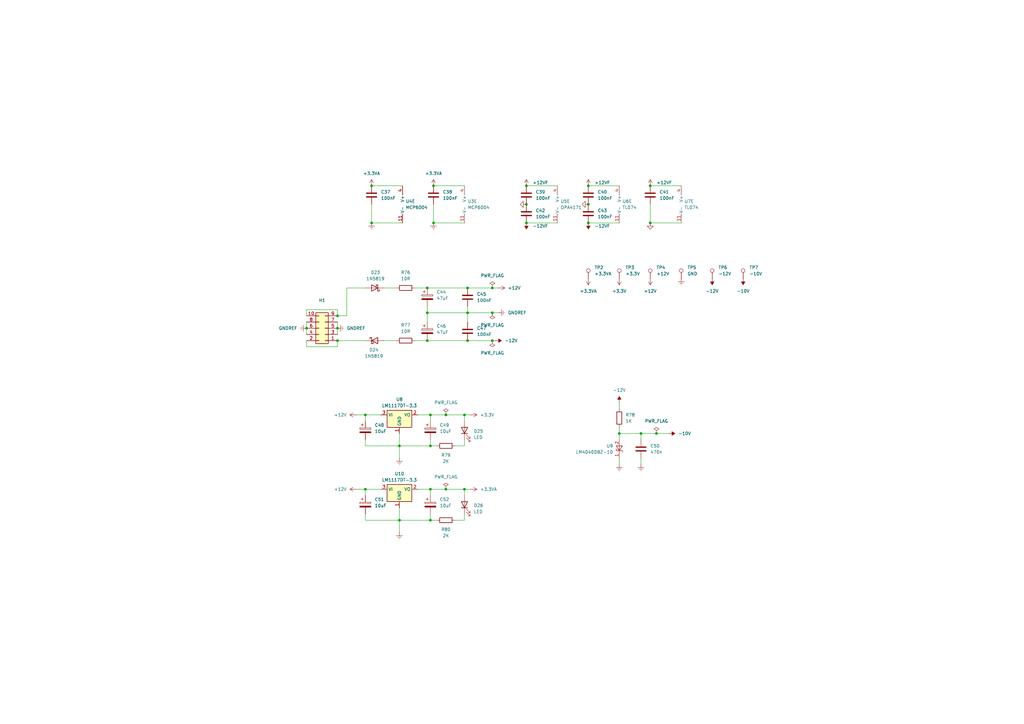
<source format=kicad_sch>
(kicad_sch (version 20250114) (generator "eeschema") (generator_version "9.0")
  (paper "A3")
  (lib_symbols
    (symbol "Amplifier_Operational:MCP6004" (pin_names (offset 0.127))
      (property "Reference" "U" (at 0 5.08 0))
      (property "Value" "MCP6004" (at 0 -5.08 0))
      (symbol "MCP6004_1_1"
        (polyline (pts (xy -5.08 5.08) (xy 5.08 0) (xy -5.08 -5.08) (xy -5.08 5.08)) (stroke (width 0.254)) (fill (type background)))
        (pin input line (at -7.62 2.54 0) (length 2.54) (name "+") (number "3"))
        (pin input line (at -7.62 -2.54 0) (length 2.54) (name "-") (number "2"))
        (pin output line (at 7.62 0 180) (length 2.54) (name "~") (number "1"))
      )
      (symbol "MCP6004_2_1"
        (polyline (pts (xy -5.08 5.08) (xy 5.08 0) (xy -5.08 -5.08) (xy -5.08 5.08)) (stroke (width 0.254)) (fill (type background)))
        (pin input line (at -7.62 2.54 0) (length 2.54) (name "+") (number "5"))
        (pin input line (at -7.62 -2.54 0) (length 2.54) (name "-") (number "6"))
        (pin output line (at 7.62 0 180) (length 2.54) (name "~") (number "7"))
      )
      (symbol "MCP6004_3_1"
        (polyline (pts (xy -5.08 5.08) (xy 5.08 0) (xy -5.08 -5.08) (xy -5.08 5.08)) (stroke (width 0.254)) (fill (type background)))
        (pin input line (at -7.62 2.54 0) (length 2.54) (name "+") (number "10"))
        (pin input line (at -7.62 -2.54 0) (length 2.54) (name "-") (number "9"))
        (pin output line (at 7.62 0 180) (length 2.54) (name "~") (number "8"))
      )
      (symbol "MCP6004_4_1"
        (polyline (pts (xy -5.08 5.08) (xy 5.08 0) (xy -5.08 -5.08) (xy -5.08 5.08)) (stroke (width 0.254)) (fill (type background)))
        (pin input line (at -7.62 2.54 0) (length 2.54) (name "+") (number "12"))
        (pin input line (at -7.62 -2.54 0) (length 2.54) (name "-") (number "13"))
        (pin output line (at 7.62 0 180) (length 2.54) (name "~") (number "14"))
      )
      (symbol "MCP6004_5_1"
        (pin power_in line (at -2.54 7.62 270) (length 3.81) (name "V+") (number "4"))
        (pin power_in line (at -2.54 -7.62 90) (length 3.81) (name "V-") (number "11"))
      )
    )
    (symbol "Amplifier_Operational:OPA4134" (pin_names (offset 0.127))
      (property "Reference" "U" (at 0 5.08 0))
      (property "Value" "OPA4134" (at 0 -5.08 0))
      (symbol "OPA4134_1_1"
        (polyline (pts (xy -5.08 5.08) (xy 5.08 0) (xy -5.08 -5.08) (xy -5.08 5.08)) (stroke (width 0.254)) (fill (type background)))
        (pin input line (at -7.62 2.54 0) (length 2.54) (name "+") (number "3"))
        (pin input line (at -7.62 -2.54 0) (length 2.54) (name "-") (number "2"))
        (pin output line (at 7.62 0 180) (length 2.54) (name "~") (number "1"))
      )
      (symbol "OPA4134_2_1"
        (polyline (pts (xy -5.08 5.08) (xy 5.08 0) (xy -5.08 -5.08) (xy -5.08 5.08)) (stroke (width 0.254)) (fill (type background)))
        (pin input line (at -7.62 2.54 0) (length 2.54) (name "+") (number "5"))
        (pin input line (at -7.62 -2.54 0) (length 2.54) (name "-") (number "6"))
        (pin output line (at 7.62 0 180) (length 2.54) (name "~") (number "7"))
      )
      (symbol "OPA4134_3_1"
        (polyline (pts (xy -5.08 5.08) (xy 5.08 0) (xy -5.08 -5.08) (xy -5.08 5.08)) (stroke (width 0.254)) (fill (type background)))
        (pin input line (at -7.62 2.54 0) (length 2.54) (name "+") (number "10"))
        (pin input line (at -7.62 -2.54 0) (length 2.54) (name "-") (number "9"))
        (pin output line (at 7.62 0 180) (length 2.54) (name "~") (number "8"))
      )
      (symbol "OPA4134_4_1"
        (polyline (pts (xy -5.08 5.08) (xy 5.08 0) (xy -5.08 -5.08) (xy -5.08 5.08)) (stroke (width 0.254)) (fill (type background)))
        (pin input line (at -7.62 2.54 0) (length 2.54) (name "+") (number "12"))
        (pin input line (at -7.62 -2.54 0) (length 2.54) (name "-") (number "13"))
        (pin output line (at 7.62 0 180) (length 2.54) (name "~") (number "14"))
      )
      (symbol "OPA4134_5_1"
        (pin power_in line (at -2.54 7.62 270) (length 3.81) (name "V+") (number "4"))
        (pin power_in line (at -2.54 -7.62 90) (length 3.81) (name "V-") (number "11"))
      )
    )
    (symbol "Amplifier_Operational:TL074" (pin_names (offset 0.127))
      (property "Reference" "U" (at 0 5.08 0))
      (property "Value" "TL074" (at 0 -5.08 0))
      (symbol "TL074_1_1"
        (polyline (pts (xy -5.08 5.08) (xy 5.08 0) (xy -5.08 -5.08) (xy -5.08 5.08)) (stroke (width 0.254)) (fill (type background)))
        (pin input line (at -7.62 2.54 0) (length 2.54) (name "+") (number "3"))
        (pin input line (at -7.62 -2.54 0) (length 2.54) (name "-") (number "2"))
        (pin output line (at 7.62 0 180) (length 2.54) (name "~") (number "1"))
      )
      (symbol "TL074_2_1"
        (polyline (pts (xy -5.08 5.08) (xy 5.08 0) (xy -5.08 -5.08) (xy -5.08 5.08)) (stroke (width 0.254)) (fill (type background)))
        (pin input line (at -7.62 2.54 0) (length 2.54) (name "+") (number "5"))
        (pin input line (at -7.62 -2.54 0) (length 2.54) (name "-") (number "6"))
        (pin output line (at 7.62 0 180) (length 2.54) (name "~") (number "7"))
      )
      (symbol "TL074_3_1"
        (polyline (pts (xy -5.08 5.08) (xy 5.08 0) (xy -5.08 -5.08) (xy -5.08 5.08)) (stroke (width 0.254)) (fill (type background)))
        (pin input line (at -7.62 2.54 0) (length 2.54) (name "+") (number "10"))
        (pin input line (at -7.62 -2.54 0) (length 2.54) (name "-") (number "9"))
        (pin output line (at 7.62 0 180) (length 2.54) (name "~") (number "8"))
      )
      (symbol "TL074_4_1"
        (polyline (pts (xy -5.08 5.08) (xy 5.08 0) (xy -5.08 -5.08) (xy -5.08 5.08)) (stroke (width 0.254)) (fill (type background)))
        (pin input line (at -7.62 2.54 0) (length 2.54) (name "+") (number "12"))
        (pin input line (at -7.62 -2.54 0) (length 2.54) (name "-") (number "13"))
        (pin output line (at 7.62 0 180) (length 2.54) (name "~") (number "14"))
      )
      (symbol "TL074_5_1"
        (pin power_in line (at -2.54 7.62 270) (length 3.81) (name "V+") (number "4"))
        (pin power_in line (at -2.54 -7.62 90) (length 3.81) (name "V-") (number "11"))
      )
    )
    (symbol "Connector:TestPoint" (pin_numbers (hide yes)) (pin_names (offset 0.762) (hide yes))
      (property "Reference" "TP" (at 0 6.858 0))
      (property "Value" "TestPoint" (at 0 5.08 0))
      (symbol "TestPoint_0_1"
        (circle (center 0 3.302) (radius 0.762))
      )
      (symbol "TestPoint_1_1"
        (pin passive line (at 0 0 90) (length 2.54) (name "1") (number "1"))
      )
    )
    (symbol "Device:C" (pin_numbers (hide yes)) (pin_names (offset 0.254))
      (property "Reference" "C" (at 0.635 2.54 0))
      (property "Value" "C" (at 0.635 -2.54 0))
      (symbol "C_0_1"
        (polyline (pts (xy -2.032 0.762) (xy 2.032 0.762)) (stroke (width 0.508)))
        (polyline (pts (xy -2.032 -0.762) (xy 2.032 -0.762)) (stroke (width 0.508)))
      )
      (symbol "C_1_1"
        (pin passive line (at 0 3.81 270) (length 2.794) (name "~") (number "1"))
        (pin passive line (at 0 -3.81 90) (length 2.794) (name "~") (number "2"))
      )
    )
    (symbol "Device:C_Polarized" (pin_numbers (hide yes)) (pin_names (offset 0.254))
      (property "Reference" "C" (at 0.635 2.54 0))
      (property "Value" "C_Polarized" (at 0.635 -2.54 0))
      (symbol "C_Polarized_0_1"
        (rectangle (start -2.286 0.508) (end 2.286 1.016))
        (polyline (pts (xy -1.778 2.286) (xy -0.762 2.286)))
        (polyline (pts (xy -1.27 2.794) (xy -1.27 1.778)))
        (rectangle (start 2.286 -0.508) (end -2.286 -1.016) (fill (type outline)))
      )
      (symbol "C_Polarized_1_1"
        (pin passive line (at 0 3.81 270) (length 2.794) (name "~") (number "1"))
        (pin passive line (at 0 -3.81 90) (length 2.794) (name "~") (number "2"))
      )
    )
    (symbol "Device:LED" (pin_numbers (hide yes)) (pin_names (offset 1.016) (hide yes))
      (property "Reference" "D" (at 0 2.54 0))
      (property "Value" "LED" (at 0 -2.54 0))
      (symbol "LED_0_1"
        (polyline (pts (xy -3.048 -0.762) (xy -4.572 -2.286) (xy -3.81 -2.286) (xy -4.572 -2.286) (xy -4.572 -1.524)))
        (polyline (pts (xy -1.778 -0.762) (xy -3.302 -2.286) (xy -2.54 -2.286) (xy -3.302 -2.286) (xy -3.302 -1.524)))
        (polyline (pts (xy -1.27 0) (xy 1.27 0)))
        (polyline (pts (xy -1.27 -1.27) (xy -1.27 1.27)) (stroke (width 0.254)))
        (polyline (pts (xy 1.27 -1.27) (xy 1.27 1.27) (xy -1.27 0) (xy 1.27 -1.27)) (stroke (width 0.254)))
      )
      (symbol "LED_1_1"
        (pin passive line (at -3.81 0 0) (length 2.54) (name "K") (number "1"))
        (pin passive line (at 3.81 0 180) (length 2.54) (name "A") (number "2"))
      )
    )
    (symbol "Device:R" (pin_numbers (hide yes)) (pin_names (offset 0))
      (property "Reference" "R" (at 2.032 0 90))
      (property "Value" "R" (at 0 0 90))
      (symbol "R_0_1"
        (rectangle (start -1.016 -2.54) (end 1.016 2.54) (stroke (width 0.254)))
      )
      (symbol "R_1_1"
        (pin passive line (at 0 3.81 270) (length 1.27) (name "~") (number "1"))
        (pin passive line (at 0 -3.81 90) (length 1.27) (name "~") (number "2"))
      )
    )
    (symbol "Diode:1N5817" (pin_numbers (hide yes)) (pin_names (offset 1.016) (hide yes))
      (property "Reference" "D" (at 0 2.54 0))
      (property "Value" "1N5817" (at 0 -2.54 0))
      (symbol "1N5817_0_1"
        (polyline (pts (xy -1.905 0.635) (xy -1.905 1.27) (xy -1.27 1.27) (xy -1.27 -1.27) (xy -0.635 -1.27) (xy -0.635 -0.635)) (stroke (width 0.254)))
        (polyline (pts (xy 1.27 1.27) (xy 1.27 -1.27) (xy -1.27 0) (xy 1.27 1.27)) (stroke (width 0.254)))
        (polyline (pts (xy 1.27 0) (xy -1.27 0)))
      )
      (symbol "1N5817_1_1"
        (pin passive line (at -3.81 0 0) (length 2.54) (name "K") (number "1"))
        (pin passive line (at 3.81 0 180) (length 2.54) (name "A") (number "2"))
      )
    )
    (symbol "Reference_Voltage:LM4040DBZ-10" (pin_names (offset 0.0254) (hide yes))
      (property "Reference" "U" (at 0 2.54 0))
      (property "Value" "LM4040DBZ-10" (at 0 -3.175 0))
      (symbol "LM4040DBZ-10_0_1"
        (polyline (pts (xy -1.27 0) (xy 0 0) (xy 1.27 0)))
        (polyline (pts (xy -1.27 -1.27) (xy 0.635 0) (xy -1.27 1.27) (xy -1.27 -1.27)) (stroke (width 0.2032)))
        (polyline (pts (xy 0 -1.27) (xy 0.635 -1.27) (xy 0.635 1.27) (xy 1.27 1.27)) (stroke (width 0.2032)))
      )
      (symbol "LM4040DBZ-10_1_1"
        (pin passive line (at -3.81 0 0) (length 2.54) (name "A") (number "2"))
        (pin no_connect line (at -1.27 0 0) (length 2.54) (hide yes) (name "NC") (number "3"))
        (pin passive line (at 3.81 0 180) (length 2.54) (name "K") (number "1"))
      )
    )
    (symbol "Regulator_Linear:LM1117DT-3.3"
      (property "Reference" "U" (at -3.81 3.175 0))
      (property "Value" "LM1117DT-3.3" (at 0 3.175 0))
      (symbol "LM1117DT-3.3_0_1"
        (rectangle (start -5.08 -5.08) (end 5.08 1.905) (stroke (width 0.254)) (fill (type background)))
      )
      (symbol "LM1117DT-3.3_1_1"
        (pin power_in line (at -7.62 0 0) (length 2.54) (name "VI") (number "3"))
        (pin power_in line (at 0 -7.62 90) (length 2.54) (name "GND") (number "1"))
        (pin power_out line (at 7.62 0 180) (length 2.54) (name "VO") (number "2"))
      )
    )
    (symbol "power:+12V" (power) (pin_numbers (hide yes)) (pin_names (offset 0) (hide yes))
      (property "Value" "+12V" (at 0 3.556 0))
      (symbol "+12V_0_1"
        (polyline (pts (xy -0.762 1.27) (xy 0 2.54)))
        (polyline (pts (xy 0 2.54) (xy 0.762 1.27)))
        (polyline (pts (xy 0 0) (xy 0 2.54)))
      )
      (symbol "+12V_1_1"
        (pin power_in line (at 0 0 90) (length 0) (name "~") (number "1"))
      )
    )
    (symbol "power:+3.3V" (power) (pin_numbers (hide yes)) (pin_names (offset 0) (hide yes))
      (property "Value" "+3.3V" (at 0 3.556 0))
      (symbol "+3.3V_0_1"
        (polyline (pts (xy -0.762 1.27) (xy 0 2.54)))
        (polyline (pts (xy 0 2.54) (xy 0.762 1.27)))
        (polyline (pts (xy 0 0) (xy 0 2.54)))
      )
      (symbol "+3.3V_1_1"
        (pin power_in line (at 0 0 90) (length 0) (name "~") (number "1"))
      )
    )
    (symbol "power:+3.3VA" (power) (pin_numbers (hide yes)) (pin_names (offset 0) (hide yes))
      (property "Value" "+3.3VA" (at 0 3.556 0))
      (symbol "+3.3VA_0_1"
        (polyline (pts (xy -0.762 1.27) (xy 0 2.54)))
        (polyline (pts (xy 0 2.54) (xy 0.762 1.27)))
        (polyline (pts (xy 0 0) (xy 0 2.54)))
      )
      (symbol "+3.3VA_1_1"
        (pin power_in line (at 0 0 90) (length 0) (name "~") (number "1"))
      )
    )
    (symbol "power:-10V" (power) (pin_numbers (hide yes)) (pin_names (offset 0) (hide yes))
      (property "Value" "-10V" (at 0 3.556 0))
      (symbol "-10V_0_0"
        (pin power_in line (at 0 0 90) (length 0) (name "~") (number "1"))
      )
      (symbol "-10V_0_1"
        (polyline (pts (xy 0 0) (xy 0 1.27) (xy 0.762 1.27) (xy 0 2.54) (xy -0.762 1.27) (xy 0 1.27)) (fill (type outline)))
      )
    )
    (symbol "power:-12V" (power) (pin_numbers (hide yes)) (pin_names (offset 0) (hide yes))
      (property "Value" "-12V" (at 0 3.556 0))
      (symbol "-12V_0_0"
        (pin power_in line (at 0 0 90) (length 0) (name "~") (number "1"))
      )
      (symbol "-12V_0_1"
        (polyline (pts (xy 0 0) (xy 0 1.27) (xy 0.762 1.27) (xy 0 2.54) (xy -0.762 1.27) (xy 0 1.27)) (fill (type outline)))
      )
    )
    (symbol "power:GND" (power) (pin_numbers (hide yes)) (pin_names (offset 0) (hide yes))
      (property "Value" "GND" (at 0 -3.81 0))
      (symbol "GND_0_1"
        (polyline (pts (xy 0 0) (xy 0 -1.27) (xy 1.27 -1.27) (xy 0 -2.54) (xy -1.27 -1.27) (xy 0 -1.27)))
      )
      (symbol "GND_1_1"
        (pin power_in line (at 0 0 270) (length 0) (name "~") (number "1"))
      )
    )
    (symbol "power:GNDREF" (power) (pin_numbers (hide yes)) (pin_names (offset 0) (hide yes))
      (property "Value" "GNDREF" (at 0 -3.81 0))
      (symbol "GNDREF_0_1"
        (polyline (pts (xy -0.635 -1.905) (xy 0.635 -1.905)))
        (polyline (pts (xy -0.127 -2.54) (xy 0.127 -2.54)))
        (polyline (pts (xy 0 -1.27) (xy 0 0)))
        (polyline (pts (xy 1.27 -1.27) (xy -1.27 -1.27)))
      )
      (symbol "GNDREF_1_1"
        (pin power_in line (at 0 0 270) (length 0) (name "~") (number "1"))
      )
    )
    (symbol "power:PWR_FLAG" (power) (pin_numbers (hide yes)) (pin_names (offset 0) (hide yes))
      (property "Value" "PWR_FLAG" (at 0 3.81 0))
      (symbol "PWR_FLAG_0_0"
        (pin power_out line (at 0 0 90) (length 0) (name "~") (number "1"))
      )
      (symbol "PWR_FLAG_0_1"
        (polyline (pts (xy 0 0) (xy 0 1.27) (xy -1.016 1.905) (xy 0 2.54) (xy 1.016 1.905) (xy 0 1.27)))
      )
    )
    (symbol "synth:Conn_02x05_EuroRack_Power" (pin_names (offset 1.016) (hide yes))
      (property "Reference" "H13" (at 0 -11.43 0))
      (property "Value" "Conn_02x05_PWR_Eurorack" (at 0 -8.89 0))
      (symbol "Conn_02x05_EuroRack_Power_1_1"
        (rectangle (start -2.54 6.35) (end 2.54 -6.35) (stroke (width 0.254)) (fill (type background)))
        (rectangle (start -2.54 5.207) (end -1.27 4.953) (stroke (width 0.1524)))
        (rectangle (start -2.54 2.667) (end -1.27 2.413) (stroke (width 0.1524)))
        (rectangle (start -2.54 0.127) (end -1.27 -0.127) (stroke (width 0.1524)))
        (rectangle (start -2.54 -2.413) (end -1.27 -2.667) (stroke (width 0.1524)))
        (rectangle (start -2.54 -4.953) (end -1.27 -5.207) (stroke (width 0.1524)))
        (rectangle (start 2.54 5.207) (end 1.27 4.953) (stroke (width 0.1524)))
        (rectangle (start 2.54 2.667) (end 1.27 2.413) (stroke (width 0.1524)))
        (rectangle (start 2.54 0.127) (end 1.27 -0.127) (stroke (width 0.1524)))
        (rectangle (start 2.54 -2.413) (end 1.27 -2.667) (stroke (width 0.1524)))
        (rectangle (start 2.54 -4.953) (end 1.27 -5.207) (stroke (width 0.1524)))
        (pin passive line (at -6.35 5.08 0) (length 3.81) (name "Pin_1") (number "1"))
        (pin passive line (at -6.35 2.54 0) (length 3.81) (name "Pin_3") (number "3"))
        (pin passive line (at -6.35 0 0) (length 3.81) (name "Pin_5") (number "5"))
        (pin passive line (at -6.35 -2.54 0) (length 3.81) (name "Pin_7") (number "7"))
        (pin passive line (at -6.35 -5.08 0) (length 3.81) (name "Pin_9") (number "9"))
        (pin passive line (at 6.35 5.08 180) (length 3.81) (name "Pin_2") (number "2"))
        (pin passive line (at 6.35 2.54 180) (length 3.81) (name "Pin_4") (number "4"))
        (pin passive line (at 6.35 0 180) (length 3.81) (name "Pin_6") (number "6"))
        (pin passive line (at 6.35 -2.54 180) (length 3.81) (name "Pin_8") (number "8"))
        (pin passive line (at 6.35 -5.08 180) (length 3.81) (name "Pin_10") (number "10"))
      )
    )
  )
  (junction (at 149.86 200.66))
  (junction (at 201.93 139.7))
  (junction (at 175.26 118.11))
  (junction (at 269.24 177.8))
  (junction (at 177.8 91.44))
  (junction (at 190.5 170.18))
  (junction (at 176.53 182.88))
  (junction (at 241.3 91.44))
  (junction (at 176.53 213.36))
  (junction (at 241.3 83.82))
  (junction (at 182.88 170.18))
  (junction (at 163.83 213.36))
  (junction (at 254 177.8))
  (junction (at 149.86 170.18))
  (junction (at 175.26 139.7))
  (junction (at 182.88 200.66))
  (junction (at 177.8 76.2))
  (junction (at 191.77 139.7))
  (junction (at 125.73 134.62))
  (junction (at 163.83 182.88))
  (junction (at 152.4 91.44))
  (junction (at 190.5 200.66))
  (junction (at 215.9 91.44))
  (junction (at 215.9 76.2))
  (junction (at 152.4 76.2))
  (junction (at 215.9 83.82))
  (junction (at 266.7 76.2))
  (junction (at 191.77 128.27))
  (junction (at 201.93 118.11))
  (junction (at 176.53 170.18))
  (junction (at 201.93 128.27))
  (junction (at 191.77 118.11))
  (junction (at 138.43 134.62))
  (junction (at 138.43 139.7))
  (junction (at 262.89 177.8))
  (junction (at 266.7 91.44))
  (junction (at 175.26 128.27))
  (junction (at 176.53 200.66))
  (junction (at 138.43 129.54))
  (junction (at 241.3 76.2))
  (wire (pts (xy 182.88 170.18) (xy 176.53 170.18)))
  (wire (pts (xy 176.53 203.2) (xy 176.53 200.66)))
  (wire (pts (xy 266.7 83.82) (xy 266.7 91.44)))
  (wire (pts (xy 176.53 180.34) (xy 176.53 182.88)))
  (wire (pts (xy 190.5 172.72) (xy 190.5 170.18)))
  (wire (pts (xy 125.73 134.62) (xy 125.73 137.16)))
  (wire (pts (xy 152.4 76.2) (xy 165.1 76.2)))
  (wire (pts (xy 175.26 128.27) (xy 191.77 128.27)))
  (wire (pts (xy 138.43 129.54) (xy 142.24 129.54)))
  (wire (pts (xy 149.86 182.88) (xy 163.83 182.88)))
  (wire (pts (xy 254 187.96) (xy 254 190.5)))
  (wire (pts (xy 193.04 200.66) (xy 190.5 200.66)))
  (wire (pts (xy 175.26 139.7) (xy 191.77 139.7)))
  (wire (pts (xy 262.89 187.96) (xy 262.89 190.5)))
  (wire (pts (xy 138.43 129.54) (xy 138.43 127)))
  (wire (pts (xy 254 167.64) (xy 254 165.1)))
  (wire (pts (xy 149.86 170.18) (xy 156.21 170.18)))
  (wire (pts (xy 177.8 83.82) (xy 177.8 91.44)))
  (wire (pts (xy 182.88 200.66) (xy 190.5 200.66)))
  (wire (pts (xy 266.7 76.2) (xy 279.4 76.2)))
  (wire (pts (xy 191.77 128.27) (xy 191.77 132.08)))
  (wire (pts (xy 125.73 139.7) (xy 125.73 142.24)))
  (wire (pts (xy 163.83 218.44) (xy 163.83 213.36)))
  (wire (pts (xy 152.4 83.82) (xy 152.4 91.44)))
  (wire (pts (xy 190.5 213.36) (xy 186.69 213.36)))
  (wire (pts (xy 176.53 170.18) (xy 171.45 170.18)))
  (wire (pts (xy 138.43 127) (xy 125.73 127)))
  (wire (pts (xy 142.24 118.11) (xy 149.86 118.11)))
  (wire (pts (xy 163.83 208.28) (xy 163.83 213.36)))
  (wire (pts (xy 191.77 139.7) (xy 201.93 139.7)))
  (wire (pts (xy 170.18 118.11) (xy 175.26 118.11)))
  (wire (pts (xy 201.93 128.27) (xy 204.47 128.27)))
  (wire (pts (xy 215.9 76.2) (xy 228.6 76.2)))
  (wire (pts (xy 269.24 177.8) (xy 274.32 177.8)))
  (wire (pts (xy 193.04 170.18) (xy 190.5 170.18)))
  (wire (pts (xy 262.89 177.8) (xy 269.24 177.8)))
  (wire (pts (xy 182.88 200.66) (xy 176.53 200.66)))
  (wire (pts (xy 190.5 182.88) (xy 186.69 182.88)))
  (wire (pts (xy 201.93 118.11) (xy 204.47 118.11)))
  (wire (pts (xy 152.4 91.44) (xy 165.1 91.44)))
  (wire (pts (xy 163.83 187.96) (xy 163.83 182.88)))
  (wire (pts (xy 149.86 203.2) (xy 149.86 200.66)))
  (wire (pts (xy 125.73 127) (xy 125.73 129.54)))
  (wire (pts (xy 254 177.8) (xy 262.89 177.8)))
  (wire (pts (xy 190.5 180.34) (xy 190.5 182.88)))
  (wire (pts (xy 163.83 182.88) (xy 176.53 182.88)))
  (wire (pts (xy 175.26 128.27) (xy 175.26 132.08)))
  (wire (pts (xy 138.43 134.62) (xy 138.43 137.16)))
  (wire (pts (xy 191.77 118.11) (xy 201.93 118.11)))
  (wire (pts (xy 176.53 210.82) (xy 176.53 213.36)))
  (wire (pts (xy 266.7 91.44) (xy 279.4 91.44)))
  (wire (pts (xy 176.53 172.72) (xy 176.53 170.18)))
  (wire (pts (xy 191.77 125.73) (xy 191.77 128.27)))
  (wire (pts (xy 175.26 118.11) (xy 191.77 118.11)))
  (wire (pts (xy 176.53 200.66) (xy 171.45 200.66)))
  (wire (pts (xy 201.93 139.7) (xy 203.2 139.7)))
  (wire (pts (xy 138.43 142.24) (xy 138.43 139.7)))
  (wire (pts (xy 176.53 213.36) (xy 179.07 213.36)))
  (wire (pts (xy 149.86 213.36) (xy 149.86 210.82)))
  (wire (pts (xy 254 175.26) (xy 254 177.8)))
  (wire (pts (xy 138.43 139.7) (xy 149.86 139.7)))
  (wire (pts (xy 125.73 142.24) (xy 138.43 142.24)))
  (wire (pts (xy 163.83 213.36) (xy 176.53 213.36)))
  (wire (pts (xy 125.73 132.08) (xy 125.73 134.62)))
  (wire (pts (xy 157.48 139.7) (xy 162.56 139.7)))
  (wire (pts (xy 170.18 139.7) (xy 175.26 139.7)))
  (wire (pts (xy 262.89 180.34) (xy 262.89 177.8)))
  (wire (pts (xy 191.77 128.27) (xy 201.93 128.27)))
  (wire (pts (xy 142.24 118.11) (xy 142.24 129.54)))
  (wire (pts (xy 149.86 182.88) (xy 149.86 180.34)))
  (wire (pts (xy 146.05 200.66) (xy 149.86 200.66)))
  (wire (pts (xy 175.26 125.73) (xy 175.26 128.27)))
  (wire (pts (xy 177.8 76.2) (xy 190.5 76.2)))
  (wire (pts (xy 254 180.34) (xy 254 177.8)))
  (wire (pts (xy 190.5 203.2) (xy 190.5 200.66)))
  (wire (pts (xy 176.53 182.88) (xy 179.07 182.88)))
  (wire (pts (xy 157.48 118.11) (xy 162.56 118.11)))
  (wire (pts (xy 241.3 91.44) (xy 254 91.44)))
  (wire (pts (xy 215.9 91.44) (xy 228.6 91.44)))
  (wire (pts (xy 182.88 170.18) (xy 190.5 170.18)))
  (wire (pts (xy 163.83 177.8) (xy 163.83 182.88)))
  (wire (pts (xy 149.86 213.36) (xy 163.83 213.36)))
  (wire (pts (xy 149.86 200.66) (xy 156.21 200.66)))
  (wire (pts (xy 146.05 170.18) (xy 149.86 170.18)))
  (wire (pts (xy 177.8 91.44) (xy 190.5 91.44)))
  (wire (pts (xy 190.5 210.82) (xy 190.5 213.36)))
  (wire (pts (xy 149.86 172.72) (xy 149.86 170.18)))
  (wire (pts (xy 138.43 132.08) (xy 138.43 134.62)))
  (wire (pts (xy 241.3 76.2) (xy 254 76.2)))
  (symbol (lib_id "Device:C") (at 177.8 80.01 0) (unit 1)
    (property "Reference" "C38" (at 181.61 78.7399 0) (effects (justify left)))
    (property "Value" "100nF" (at 181.61 81.2799 0) (effects (justify left)))
    (property "Footprint" "Capacitor_SMD:C_0805_2012Metric_Pad1.18x1.45mm_HandSolder" (effects (hide yes)))
    (property "Description" "Unpolarized capacitor" (effects (hide yes)))
  )
  (symbol (lib_id "Regulator_Linear:LM1117DT-3.3") (at 163.83 170.18 0) (unit 1)
    (property "Reference" "U8" (at 163.83 163.83 0))
    (property "Value" "LM1117DT-3.3" (at 163.83 166.37 0))
    (property "Footprint" "Package_TO_SOT_SMD:TO-252-3_TabPin2" (effects (hide yes)))
    (property "Datasheet" "http://www.ti.com/lit/ds/symlink/lm1117.pdf" (effects (hide yes)))
    (property "Description" "800mA Low-Dropout Linear Regulator, 3.3V fixed output, TO-252" (effects (hide yes)))
  )
  (symbol (lib_id "power:+3.3V") (at 254 114.3 180) (unit 1)
    (property "Reference" "#PWR0166" (effects (hide yes)))
    (property "Value" "+3.3V" (at 254 119.38 0))
    (property "Description" "Power symbol creates a global label with name \"+3.3V\"" (effects (hide yes)))
  )
  (symbol (lib_id "power:PWR_FLAG") (at 182.88 200.66 0) (unit 1)
    (property "Reference" "#FLG06" (effects (hide yes)))
    (property "Value" "PWR_FLAG" (at 182.88 195.58 0))
    (property "Description" "Special symbol for telling ERC where power comes from" (effects (hide yes)))
  )
  (symbol (lib_id "Device:C") (at 262.89 184.15 180) (unit 1)
    (property "Reference" "C50" (at 266.7 182.8799 0) (effects (justify right)))
    (property "Value" "470n" (at 266.7 185.4199 0) (effects (justify right)))
    (property "Footprint" "Capacitor_SMD:C_0805_2012Metric_Pad1.18x1.45mm_HandSolder" (effects (hide yes)))
    (property "Description" "Unpolarized capacitor" (effects (hide yes)))
  )
  (symbol (lib_id "power:+3.3VA") (at 193.04 200.66 270) (unit 1)
    (property "Reference" "#PWR0184" (effects (hide yes)))
    (property "Value" "+3.3VA" (at 196.85 200.6599 90) (effects (justify left)))
    (property "Description" "Power symbol creates a global label with name \"+3.3VA\"" (effects (hide yes)))
  )
  (symbol (lib_id "power:+3.3V") (at 193.04 170.18 270) (unit 1)
    (property "Reference" "#PWR0178" (effects (hide yes)))
    (property "Value" "+3.3V" (at 196.85 170.1799 90) (effects (justify left)))
    (property "Description" "Power symbol creates a global label with name \"+3.3V\"" (effects (hide yes)))
  )
  (symbol (lib_id "Device:LED") (at 190.5 176.53 90) (unit 1)
    (property "Reference" "D25" (at 194.31 176.8474 90) (effects (justify right)))
    (property "Value" "LED" (at 194.31 179.3874 90) (effects (justify right)))
    (property "Footprint" "LED_SMD:LED_0805_2012Metric_Pad1.15x1.40mm_HandSolder" (effects (hide yes)))
    (property "Description" "Light emitting diode" (effects (hide yes)))
  )
  (symbol (lib_id "power:GNDREF") (at 177.8 91.44 0) (unit 1)
    (property "Reference" "#PWR0161" (effects (hide yes)))
    (property "Value" "GNDREF" (effects (hide yes)))
    (property "Description" "Power symbol creates a global label with name \"GNDREF\" , reference supply ground" (effects (hide yes)))
  )
  (symbol (lib_id "Device:R") (at 166.37 139.7 90) (unit 1)
    (property "Reference" "R77" (at 166.37 133.35 90))
    (property "Value" "10R" (at 166.37 135.89 90))
    (property "Footprint" "Resistor_SMD:R_0805_2012Metric_Pad1.20x1.40mm_HandSolder" (effects (hide yes)))
    (property "Description" "Resistor" (effects (hide yes)))
  )
  (symbol (lib_id "Device:C") (at 241.3 80.01 0) (unit 1)
    (property "Reference" "C40" (at 245.11 78.7399 0) (effects (justify left)))
    (property "Value" "100nF" (at 245.11 81.2799 0) (effects (justify left)))
    (property "Footprint" "Capacitor_SMD:C_0805_2012Metric_Pad1.18x1.45mm_HandSolder" (effects (hide yes)))
    (property "Description" "Unpolarized capacitor" (effects (hide yes)))
  )
  (symbol (lib_id "power:GNDREF") (at 163.83 187.96 0) (unit 1)
    (property "Reference" "#PWR0180" (effects (hide yes)))
    (property "Value" "GNDREF" (effects (hide yes)))
    (property "Description" "Power symbol creates a global label with name \"GNDREF\" , reference supply ground" (effects (hide yes)))
  )
  (symbol (lib_id "Connector:TestPoint") (at 241.3 114.3 0) (unit 1)
    (property "Reference" "TP2" (at 243.84 109.7279 0) (effects (justify left)))
    (property "Value" "+3.3VA" (at 243.84 112.2679 0) (effects (justify left)))
    (property "Footprint" "Connector_Pin:Pin_D1.0mm_L10.0mm" (effects (hide yes)))
    (property "Description" "test point" (effects (hide yes)))
  )
  (symbol (lib_id "Connector:TestPoint") (at 292.1 114.3 0) (unit 1)
    (property "Reference" "TP6" (at 294.64 109.7279 0) (effects (justify left)))
    (property "Value" "-12V" (at 294.64 112.2679 0) (effects (justify left)))
    (property "Footprint" "Connector_Pin:Pin_D1.0mm_L10.0mm" (effects (hide yes)))
    (property "Description" "test point" (effects (hide yes)))
  )
  (symbol (lib_id "power:PWR_FLAG") (at 201.93 139.7 180) (unit 1)
    (property "Reference" "#FLG03" (effects (hide yes)))
    (property "Value" "PWR_FLAG" (at 201.93 144.78 0))
    (property "Description" "Special symbol for telling ERC where power comes from" (effects (hide yes)))
  )
  (symbol (lib_id "Diode:1N5817") (at 153.67 118.11 180) (unit 1)
    (property "Reference" "D23" (at 153.9875 111.76 0))
    (property "Value" "1N5819" (at 153.9875 114.3 0))
    (property "Footprint" "Diode_SMD:D_SOD-123" (effects (hide yes)))
    (property "Datasheet" "http://www.vishay.com/docs/88525/1n5817.pdf" (effects (hide yes)))
    (property "Description" "20V 1A Schottky Barrier Rectifier Diode, DO-41" (effects (hide yes)))
  )
  (symbol (lib_id "Device:C") (at 152.4 80.01 0) (unit 1)
    (property "Reference" "C37" (at 156.21 78.7399 0) (effects (justify left)))
    (property "Value" "100nF" (at 156.21 81.2799 0) (effects (justify left)))
    (property "Footprint" "Capacitor_SMD:C_0805_2012Metric_Pad1.18x1.45mm_HandSolder" (effects (hide yes)))
    (property "Description" "Unpolarized capacitor" (effects (hide yes)))
  )
  (symbol (lib_id "power:PWR_FLAG") (at 201.93 118.11 0) (unit 1)
    (property "Reference" "#FLG01" (effects (hide yes)))
    (property "Value" "PWR_FLAG" (at 201.93 113.03 0))
    (property "Description" "Special symbol for telling ERC where power comes from" (effects (hide yes)))
  )
  (symbol (lib_id "Device:LED") (at 190.5 207.01 90) (unit 1)
    (property "Reference" "D26" (at 194.31 207.3274 90) (effects (justify right)))
    (property "Value" "LED" (at 194.31 209.8674 90) (effects (justify right)))
    (property "Footprint" "LED_SMD:LED_0805_2012Metric_Pad1.15x1.40mm_HandSolder" (effects (hide yes)))
    (property "Description" "Light emitting diode" (effects (hide yes)))
  )
  (symbol (lib_id "power:-10V") (at 274.32 177.8 270) (unit 1)
    (property "Reference" "#PWR0179" (effects (hide yes)))
    (property "Value" "-10V" (at 278.13 177.7999 90) (effects (justify left)))
    (property "Description" "Power symbol creates a global label with name \"-10V\"" (effects (hide yes)))
  )
  (symbol (lib_id "power:+12V") (at 146.05 200.66 90) (unit 1)
    (property "Reference" "#PWR0183" (effects (hide yes)))
    (property "Value" "+12V" (at 142.24 200.6599 90) (effects (justify left)))
    (property "Description" "Power symbol creates a global label with name \"+12V\"" (effects (hide yes)))
  )
  (symbol (lib_id "power:PWR_FLAG") (at 182.88 170.18 0) (unit 1)
    (property "Reference" "#FLG04" (effects (hide yes)))
    (property "Value" "PWR_FLAG" (at 182.88 165.1 0))
    (property "Description" "Special symbol for telling ERC where power comes from" (effects (hide yes)))
  )
  (symbol (lib_id "power:-12V") (at 203.2 139.7 270) (unit 1)
    (property "Reference" "#PWR0175" (effects (hide yes)))
    (property "Value" "-12V" (at 207.01 139.6999 90) (effects (justify left)))
    (property "Description" "Power symbol creates a global label with name \"-12V\"" (effects (hide yes)))
  )
  (symbol (lib_id "Device:C") (at 191.77 121.92 0) (unit 1)
    (property "Reference" "C45" (at 195.58 120.6499 0) (effects (justify left)))
    (property "Value" "100nF" (at 195.58 123.1899 0) (effects (justify left)))
    (property "Footprint" "Capacitor_SMD:C_0805_2012Metric_Pad1.18x1.45mm_HandSolder" (effects (hide yes)))
    (property "Description" "Unpolarized capacitor" (effects (hide yes)))
  )
  (symbol (lib_id "power:+12V") (at 241.3 76.2 0) (unit 1)
    (property "Reference" "#PWR0156" (effects (hide yes)))
    (property "Value" "+12VF" (at 243.84 74.9299 0) (effects (justify left)))
    (property "Description" "Power symbol creates a global label with name \"+12V\"" (effects (hide yes)))
  )
  (symbol (lib_id "power:GNDREF") (at 152.4 91.44 0) (unit 1)
    (property "Reference" "#PWR0160" (effects (hide yes)))
    (property "Value" "GNDREF" (effects (hide yes)))
    (property "Description" "Power symbol creates a global label with name \"GNDREF\" , reference supply ground" (effects (hide yes)))
  )
  (symbol (lib_id "Device:C_Polarized") (at 175.26 135.89 0) (unit 1)
    (property "Reference" "C46" (at 179.07 133.7309 0) (effects (justify left)))
    (property "Value" "47uF" (at 179.07 136.2709 0) (effects (justify left)))
    (property "Footprint" "Capacitor_THT:CP_Radial_D5.0mm_P2.50mm" (effects (hide yes)))
    (property "Description" "Polarized capacitor" (effects (hide yes)))
  )
  (symbol (lib_id "Device:R") (at 254 171.45 0) (unit 1)
    (property "Reference" "R78" (at 256.54 170.1799 0) (effects (justify left)))
    (property "Value" "1K" (at 256.54 172.7199 0) (effects (justify left)))
    (property "Footprint" "Resistor_SMD:R_0805_2012Metric_Pad1.20x1.40mm_HandSolder" (effects (hide yes)))
    (property "Description" "Resistor" (effects (hide yes)))
  )
  (symbol (lib_id "Connector:TestPoint") (at 279.4 114.3 0) (unit 1)
    (property "Reference" "TP5" (at 281.94 109.7279 0) (effects (justify left)))
    (property "Value" "GND" (at 281.94 112.2679 0) (effects (justify left)))
    (property "Footprint" "Connector_Pin:Pin_D1.0mm_L10.0mm" (effects (hide yes)))
    (property "Description" "test point" (effects (hide yes)))
  )
  (symbol (lib_id "power:GND") (at 241.3 83.82 270) (unit 1)
    (property "Reference" "#PWR0247" (effects (hide yes)))
    (property "Value" "GND" (effects (hide yes)))
    (property "Description" "Power symbol creates a global label with name \"GND\" , ground" (effects (hide yes)))
  )
  (symbol (lib_id "Device:C_Polarized") (at 149.86 176.53 0) (unit 1)
    (property "Reference" "C48" (at 153.67 174.3709 0) (effects (justify left)))
    (property "Value" "10uF" (at 153.67 176.9109 0) (effects (justify left)))
    (property "Footprint" "Capacitor_THT:CP_Radial_D4.0mm_P2.00mm" (effects (hide yes)))
    (property "Description" "Polarized capacitor" (effects (hide yes)))
  )
  (symbol (lib_id "power:GND") (at 215.9 83.82 270) (unit 1)
    (property "Reference" "#PWR0248" (effects (hide yes)))
    (property "Value" "GND" (effects (hide yes)))
    (property "Description" "Power symbol creates a global label with name \"GND\" , ground" (effects (hide yes)))
  )
  (symbol (lib_id "power:+12V") (at 215.9 76.2 0) (unit 1)
    (property "Reference" "#PWR0155" (effects (hide yes)))
    (property "Value" "+12VF" (at 218.44 74.9299 0) (effects (justify left)))
    (property "Description" "Power symbol creates a global label with name \"+12V\"" (effects (hide yes)))
  )
  (symbol (lib_id "Amplifier_Operational:MCP6004") (at 162.56 83.82 0) (mirror y) (unit 5)
    (property "Reference" "U4" (at 166.37 82.5499 0) (effects (justify right)))
    (property "Value" "MCP6004" (at 166.37 85.0899 0) (effects (justify right)))
    (property "Footprint" "Synth:SOIC-14" (effects (hide yes)))
    (property "Datasheet" "http://ww1.microchip.com/downloads/en/DeviceDoc/21733j.pdf" (effects (hide yes)))
    (property "Description" "1MHz, Low-Power Op Amp, DIP-14/SOIC-14/TSSOP-14" (effects (hide yes)))
  )
  (symbol (lib_id "Diode:1N5817") (at 153.67 139.7 0) (unit 1)
    (property "Reference" "D24" (at 153.3525 143.51 0))
    (property "Value" "1N5819" (at 153.3525 146.05 0))
    (property "Footprint" "Diode_SMD:D_SOD-123" (effects (hide yes)))
    (property "Datasheet" "http://www.vishay.com/docs/88525/1n5817.pdf" (effects (hide yes)))
    (property "Description" "20V 1A Schottky Barrier Rectifier Diode, DO-41" (effects (hide yes)))
  )
  (symbol (lib_id "power:-12V") (at 292.1 114.3 180) (unit 1)
    (property "Reference" "#PWR0169" (effects (hide yes)))
    (property "Value" "-12V" (at 292.1 119.38 0))
    (property "Description" "Power symbol creates a global label with name \"-12V\"" (effects (hide yes)))
  )
  (symbol (lib_id "power:PWR_FLAG") (at 201.93 128.27 180) (unit 1)
    (property "Reference" "#FLG02" (effects (hide yes)))
    (property "Value" "PWR_FLAG" (at 201.93 133.35 0))
    (property "Description" "Special symbol for telling ERC where power comes from" (effects (hide yes)))
  )
  (symbol (lib_id "power:+3.3V") (at 177.8 76.2 0) (unit 1)
    (property "Reference" "#PWR0154" (effects (hide yes)))
    (property "Value" "+3.3VA" (at 177.8 71.12 0))
    (property "Description" "Power symbol creates a global label with name \"+3.3V\"" (effects (hide yes)))
  )
  (symbol (lib_id "power:GNDREF") (at 125.73 134.62 270) (unit 1)
    (property "Reference" "#PWR0173" (effects (hide yes)))
    (property "Value" "GNDREF" (at 121.92 134.6199 90) (effects (justify right)))
    (property "Description" "Power symbol creates a global label with name \"GNDREF\" , reference supply ground" (effects (hide yes)))
  )
  (symbol (lib_id "Device:C_Polarized") (at 149.86 207.01 0) (unit 1)
    (property "Reference" "C51" (at 153.67 204.8509 0) (effects (justify left)))
    (property "Value" "10uF" (at 153.67 207.3909 0) (effects (justify left)))
    (property "Footprint" "Capacitor_THT:CP_Radial_D4.0mm_P2.00mm" (effects (hide yes)))
    (property "Description" "Polarized capacitor" (effects (hide yes)))
  )
  (symbol (lib_id "power:GNDREF") (at 262.89 190.5 0) (unit 1)
    (property "Reference" "#PWR0182" (effects (hide yes)))
    (property "Value" "GNDREF" (effects (hide yes)))
    (property "Description" "Power symbol creates a global label with name \"GNDREF\" , reference supply ground" (effects (hide yes)))
  )
  (symbol (lib_id "Device:R") (at 182.88 213.36 90) (unit 1)
    (property "Reference" "R80" (at 182.88 217.17 90))
    (property "Value" "2K" (at 182.88 219.71 90))
    (property "Footprint" "Resistor_SMD:R_0805_2012Metric_Pad1.20x1.40mm_HandSolder" (effects (hide yes)))
    (property "Description" "Resistor" (effects (hide yes)))
  )
  (symbol (lib_id "Amplifier_Operational:MCP6004") (at 187.96 83.82 0) (mirror y) (unit 5)
    (property "Reference" "U3" (at 191.77 82.5499 0) (effects (justify right)))
    (property "Value" "MCP6004" (at 191.77 85.0899 0) (effects (justify right)))
    (property "Footprint" "Synth:SOIC-14" (effects (hide yes)))
    (property "Datasheet" "http://ww1.microchip.com/downloads/en/DeviceDoc/21733j.pdf" (effects (hide yes)))
    (property "Description" "1MHz, Low-Power Op Amp, DIP-14/SOIC-14/TSSOP-14" (effects (hide yes)))
  )
  (symbol (lib_id "Device:C") (at 215.9 87.63 0) (unit 1)
    (property "Reference" "C42" (at 219.71 86.3599 0) (effects (justify left)))
    (property "Value" "100nF" (at 219.71 88.8999 0) (effects (justify left)))
    (property "Footprint" "Capacitor_SMD:C_0805_2012Metric_Pad1.18x1.45mm_HandSolder" (effects (hide yes)))
    (property "Description" "Unpolarized capacitor" (effects (hide yes)))
  )
  (symbol (lib_id "Regulator_Linear:LM1117DT-3.3") (at 163.83 200.66 0) (unit 1)
    (property "Reference" "U10" (at 163.83 194.31 0))
    (property "Value" "LM1117DT-3.3" (at 163.83 196.85 0))
    (property "Footprint" "Package_TO_SOT_SMD:TO-252-3_TabPin2" (effects (hide yes)))
    (property "Datasheet" "http://www.ti.com/lit/ds/symlink/lm1117.pdf" (effects (hide yes)))
    (property "Description" "800mA Low-Dropout Linear Regulator, 3.3V fixed output, TO-252" (effects (hide yes)))
  )
  (symbol (lib_id "power:GNDREF") (at 138.43 134.62 90) (unit 1)
    (property "Reference" "#PWR0174" (effects (hide yes)))
    (property "Value" "GNDREF" (at 142.24 134.6199 90) (effects (justify right)))
    (property "Description" "Power symbol creates a global label with name \"GNDREF\" , reference supply ground" (effects (hide yes)))
  )
  (symbol (lib_id "Device:C") (at 266.7 80.01 0) (unit 1)
    (property "Reference" "C41" (at 270.51 78.7399 0) (effects (justify left)))
    (property "Value" "100nF" (at 270.51 81.2799 0) (effects (justify left)))
    (property "Footprint" "Capacitor_SMD:C_0805_2012Metric_Pad1.18x1.45mm_HandSolder" (effects (hide yes)))
    (property "Description" "Unpolarized capacitor" (effects (hide yes)))
  )
  (symbol (lib_id "power:-12V") (at 241.3 91.44 180) (unit 1)
    (property "Reference" "#PWR0163" (effects (hide yes)))
    (property "Value" "-12VF" (at 243.84 92.7099 0) (effects (justify right)))
    (property "Description" "Power symbol creates a global label with name \"-12V\"" (effects (hide yes)))
  )
  (symbol (lib_id "Device:R") (at 166.37 118.11 90) (unit 1)
    (property "Reference" "R76" (at 166.37 111.76 90))
    (property "Value" "10R" (at 166.37 114.3 90))
    (property "Footprint" "Resistor_SMD:R_0805_2012Metric_Pad1.20x1.40mm_HandSolder" (effects (hide yes)))
    (property "Description" "Resistor" (effects (hide yes)))
  )
  (symbol (lib_id "synth:Conn_02x05_EuroRack_Power") (at 132.08 134.62 180) (unit 1)
    (property "Reference" "H1" (at 132.08 123.19 0))
    (property "Value" "Conn_02x05_PWR_Eurorack" (effects (hide yes)))
    (property "Footprint" "Synth:IDC-Header_2x05_P2.54mm_Vertical" (effects (hide yes)))
  )
  (symbol (lib_id "Device:C_Polarized") (at 176.53 176.53 0) (unit 1)
    (property "Reference" "C49" (at 180.34 174.3709 0) (effects (justify left)))
    (property "Value" "10uF" (at 180.34 176.9109 0) (effects (justify left)))
    (property "Footprint" "Capacitor_THT:CP_Radial_D4.0mm_P2.00mm" (effects (hide yes)))
    (property "Description" "Polarized capacitor" (effects (hide yes)))
  )
  (symbol (lib_id "Connector:TestPoint") (at 254 114.3 0) (unit 1)
    (property "Reference" "TP3" (at 256.54 109.7279 0) (effects (justify left)))
    (property "Value" "+3.3V" (at 256.54 112.2679 0) (effects (justify left)))
    (property "Footprint" "Connector_Pin:Pin_D1.0mm_L10.0mm" (effects (hide yes)))
    (property "Description" "test point" (effects (hide yes)))
  )
  (symbol (lib_id "power:-12V") (at 254 165.1 0) (unit 1)
    (property "Reference" "#PWR0176" (effects (hide yes)))
    (property "Value" "-12V" (at 254 160.02 0))
    (property "Description" "Power symbol creates a global label with name \"-12V\"" (effects (hide yes)))
  )
  (symbol (lib_id "Device:C_Polarized") (at 176.53 207.01 0) (unit 1)
    (property "Reference" "C52" (at 180.34 204.8509 0) (effects (justify left)))
    (property "Value" "10uF" (at 180.34 207.3909 0) (effects (justify left)))
    (property "Footprint" "Capacitor_THT:CP_Radial_D4.0mm_P2.00mm" (effects (hide yes)))
    (property "Description" "Polarized capacitor" (effects (hide yes)))
  )
  (symbol (lib_id "Device:C") (at 191.77 135.89 0) (unit 1)
    (property "Reference" "C47" (at 195.58 134.6199 0) (effects (justify left)))
    (property "Value" "100nF" (at 195.58 137.1599 0) (effects (justify left)))
    (property "Footprint" "Capacitor_SMD:C_0805_2012Metric_Pad1.18x1.45mm_HandSolder" (effects (hide yes)))
    (property "Description" "Unpolarized capacitor" (effects (hide yes)))
  )
  (symbol (lib_id "Reference_Voltage:LM4040DBZ-10") (at 254 184.15 270) (unit 1)
    (property "Reference" "U9" (at 251.46 182.8799 90) (effects (justify right)))
    (property "Value" "LM4040DBZ-10" (at 251.46 185.4199 90) (effects (justify right)))
    (property "Footprint" "Package_TO_SOT_SMD:SOT-23" (effects (hide yes)))
    (property "Datasheet" "http://www.ti.com/lit/ds/symlink/lm4040-n.pdf" (effects (hide yes)))
    (property "Description" "10.00V Precision Micropower Shunt Voltage Reference, SOT-23" (effects (hide yes)))
  )
  (symbol (lib_id "power:+3.3V") (at 241.3 114.3 180) (unit 1)
    (property "Reference" "#PWR0165" (effects (hide yes)))
    (property "Value" "+3.3VA" (at 241.3 119.38 0))
    (property "Description" "Power symbol creates a global label with name \"+3.3V\"" (effects (hide yes)))
  )
  (symbol (lib_id "power:-12V") (at 215.9 91.44 180) (unit 1)
    (property "Reference" "#PWR0162" (effects (hide yes)))
    (property "Value" "-12VF" (at 218.44 92.7099 0) (effects (justify right)))
    (property "Description" "Power symbol creates a global label with name \"-12V\"" (effects (hide yes)))
  )
  (symbol (lib_id "power:-10V") (at 304.8 114.3 180) (unit 1)
    (property "Reference" "#PWR0170" (effects (hide yes)))
    (property "Value" "-10V" (at 304.8 119.38 0))
    (property "Description" "Power symbol creates a global label with name \"-10V\"" (effects (hide yes)))
  )
  (symbol (lib_id "power:+12V") (at 266.7 76.2 0) (unit 1)
    (property "Reference" "#PWR0157" (effects (hide yes)))
    (property "Value" "+12VF" (at 269.24 74.9299 0) (effects (justify left)))
    (property "Description" "Power symbol creates a global label with name \"+12V\"" (effects (hide yes)))
  )
  (symbol (lib_id "power:GNDREF") (at 254 190.5 0) (unit 1)
    (property "Reference" "#PWR0181" (effects (hide yes)))
    (property "Value" "GNDREF" (effects (hide yes)))
    (property "Description" "Power symbol creates a global label with name \"GNDREF\" , reference supply ground" (effects (hide yes)))
  )
  (symbol (lib_id "power:GNDREF") (at 163.83 218.44 0) (unit 1)
    (property "Reference" "#PWR0185" (effects (hide yes)))
    (property "Value" "GNDREF" (effects (hide yes)))
    (property "Description" "Power symbol creates a global label with name \"GNDREF\" , reference supply ground" (effects (hide yes)))
  )
  (symbol (lib_id "power:+12V") (at 204.47 118.11 270) (unit 1)
    (property "Reference" "#PWR0171" (effects (hide yes)))
    (property "Value" "+12V" (at 208.28 118.1099 90) (effects (justify left)))
    (property "Description" "Power symbol creates a global label with name \"+12V\"" (effects (hide yes)))
  )
  (symbol (lib_id "Device:R") (at 182.88 182.88 90) (unit 1)
    (property "Reference" "R79" (at 182.88 186.69 90))
    (property "Value" "2K" (at 182.88 189.23 90))
    (property "Footprint" "Resistor_SMD:R_0805_2012Metric_Pad1.20x1.40mm_HandSolder" (effects (hide yes)))
    (property "Description" "Resistor" (effects (hide yes)))
  )
  (symbol (lib_id "Amplifier_Operational:TL074") (at 256.54 83.82 0) (unit 5)
    (property "Reference" "U6" (at 255.27 82.5499 0) (effects (justify left)))
    (property "Value" "TL074" (at 255.27 85.0899 0) (effects (justify left)))
    (property "Footprint" "Synth:SOIC-14" (effects (hide yes)))
    (property "Datasheet" "http://www.ti.com/lit/ds/symlink/tl071.pdf" (effects (hide yes)))
    (property "Description" "Quad Low-Noise JFET-Input Operational Amplifiers, DIP-14/SOIC-14" (effects (hide yes)))
  )
  (symbol (lib_id "power:+12V") (at 266.7 114.3 180) (unit 1)
    (property "Reference" "#PWR0167" (effects (hide yes)))
    (property "Value" "+12V" (at 266.7 119.38 0))
    (property "Description" "Power symbol creates a global label with name \"+12V\"" (effects (hide yes)))
  )
  (symbol (lib_id "power:GNDREF") (at 279.4 114.3 0) (unit 1)
    (property "Reference" "#PWR0168" (effects (hide yes)))
    (property "Value" "GNDREF" (effects (hide yes)))
    (property "Description" "Power symbol creates a global label with name \"GNDREF\" , reference supply ground" (effects (hide yes)))
  )
  (symbol (lib_id "power:GND") (at 266.7 91.44 0) (unit 1)
    (property "Reference" "#PWR0245" (effects (hide yes)))
    (property "Value" "GND" (effects (hide yes)))
    (property "Description" "Power symbol creates a global label with name \"GND\" , ground" (effects (hide yes)))
  )
  (symbol (lib_id "Amplifier_Operational:TL074") (at 276.86 83.82 0) (mirror y) (unit 5)
    (property "Reference" "U7" (at 280.67 82.5499 0) (effects (justify right)))
    (property "Value" "TL074" (at 280.67 85.0899 0) (effects (justify right)))
    (property "Footprint" "Synth:SOIC-14" (effects (hide yes)))
    (property "Datasheet" "http://www.ti.com/lit/ds/symlink/tl071.pdf" (effects (hide yes)))
    (property "Description" "Quad Low-Noise JFET-Input Operational Amplifiers, DIP-14/SOIC-14" (effects (hide yes)))
  )
  (symbol (lib_id "Device:C") (at 215.9 80.01 0) (unit 1)
    (property "Reference" "C39" (at 219.71 78.7399 0) (effects (justify left)))
    (property "Value" "100nF" (at 219.71 81.2799 0) (effects (justify left)))
    (property "Footprint" "Capacitor_SMD:C_0805_2012Metric_Pad1.18x1.45mm_HandSolder" (effects (hide yes)))
    (property "Description" "Unpolarized capacitor" (effects (hide yes)))
  )
  (symbol (lib_id "power:GNDREF") (at 204.47 128.27 90) (unit 1)
    (property "Reference" "#PWR0172" (effects (hide yes)))
    (property "Value" "GNDREF" (at 208.28 128.2699 90) (effects (justify right)))
    (property "Description" "Power symbol creates a global label with name \"GNDREF\" , reference supply ground" (effects (hide yes)))
  )
  (symbol (lib_id "Device:C_Polarized") (at 175.26 121.92 0) (unit 1)
    (property "Reference" "C44" (at 179.07 119.7609 0) (effects (justify left)))
    (property "Value" "47uF" (at 179.07 122.3009 0) (effects (justify left)))
    (property "Footprint" "Capacitor_THT:CP_Radial_D5.0mm_P2.50mm" (effects (hide yes)))
    (property "Description" "Polarized capacitor" (effects (hide yes)))
  )
  (symbol (lib_id "Device:C") (at 241.3 87.63 0) (unit 1)
    (property "Reference" "C43" (at 245.11 86.3599 0) (effects (justify left)))
    (property "Value" "100nF" (at 245.11 88.8999 0) (effects (justify left)))
    (property "Footprint" "Capacitor_SMD:C_0805_2012Metric_Pad1.18x1.45mm_HandSolder" (effects (hide yes)))
    (property "Description" "Unpolarized capacitor" (effects (hide yes)))
  )
  (symbol (lib_id "Connector:TestPoint") (at 266.7 114.3 0) (unit 1)
    (property "Reference" "TP4" (at 269.24 109.7279 0) (effects (justify left)))
    (property "Value" "+12V" (at 269.24 112.2679 0) (effects (justify left)))
    (property "Footprint" "Connector_Pin:Pin_D1.0mm_L10.0mm" (effects (hide yes)))
    (property "Description" "test point" (effects (hide yes)))
  )
  (symbol (lib_id "power:+12V") (at 146.05 170.18 90) (unit 1)
    (property "Reference" "#PWR0177" (effects (hide yes)))
    (property "Value" "+12V" (at 142.24 170.1799 90) (effects (justify left)))
    (property "Description" "Power symbol creates a global label with name \"+12V\"" (effects (hide yes)))
  )
  (symbol (lib_id "Connector:TestPoint") (at 304.8 114.3 0) (unit 1)
    (property "Reference" "TP7" (at 307.34 109.7279 0) (effects (justify left)))
    (property "Value" "-10V" (at 307.34 112.2679 0) (effects (justify left)))
    (property "Footprint" "Connector_Pin:Pin_D1.0mm_L10.0mm" (effects (hide yes)))
    (property "Description" "test point" (effects (hide yes)))
  )
  (symbol (lib_id "Amplifier_Operational:OPA4134") (at 226.06 83.82 0) (mirror y) (unit 5)
    (property "Reference" "U5" (at 229.87 82.5499 0) (effects (justify right)))
    (property "Value" "OPA4171" (at 229.87 85.0899 0) (effects (justify right)))
    (property "Footprint" "Synth:SOIC-14" (effects (hide yes)))
    (property "Datasheet" "http://www.ti.com/lit/ds/symlink/opa134.pdf" (effects (hide yes)))
    (property "Description" "Quad SoundPlus High Performance Audio Operational Amplifiers, SOIC-14" (effects (hide yes)))
  )
  (symbol (lib_id "power:PWR_FLAG") (at 269.24 177.8 0) (unit 1)
    (property "Reference" "#FLG05" (effects (hide yes)))
    (property "Value" "PWR_FLAG" (at 269.24 172.72 0))
    (property "Description" "Special symbol for telling ERC where power comes from" (effects (hide yes)))
  )
  (symbol (lib_id "power:+3.3V") (at 152.4 76.2 0) (unit 1)
    (property "Reference" "#PWR0153" (effects (hide yes)))
    (property "Value" "+3.3VA" (at 152.4 71.12 0))
    (property "Description" "Power symbol creates a global label with name \"+3.3V\"" (effects (hide yes)))
  )
)
</source>
